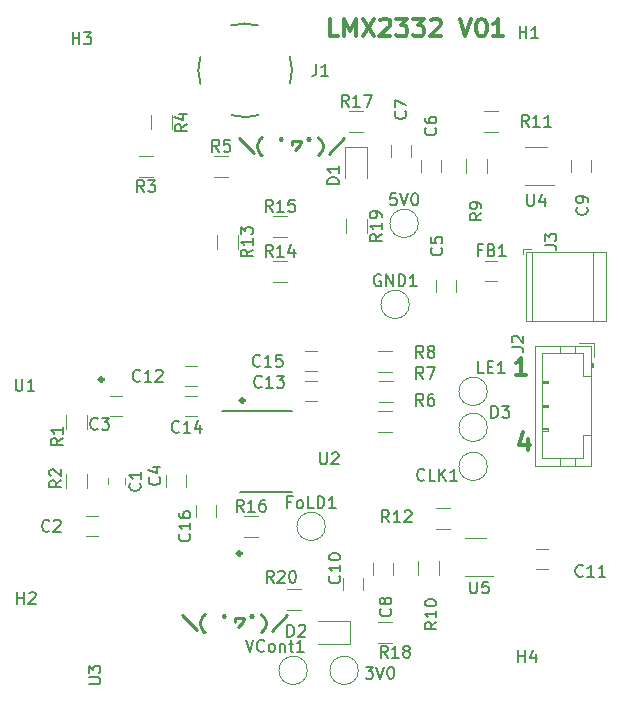
<source format=gbr>
%TF.GenerationSoftware,KiCad,Pcbnew,(6.0.0)*%
%TF.CreationDate,2022-01-03T15:46:07-05:00*%
%TF.ProjectId,LMX2332V01,4c4d5832-3333-4325-9630-312e6b696361,rev?*%
%TF.SameCoordinates,Original*%
%TF.FileFunction,Legend,Top*%
%TF.FilePolarity,Positive*%
%FSLAX46Y46*%
G04 Gerber Fmt 4.6, Leading zero omitted, Abs format (unit mm)*
G04 Created by KiCad (PCBNEW (6.0.0)) date 2022-01-03 15:46:07*
%MOMM*%
%LPD*%
G01*
G04 APERTURE LIST*
%ADD10C,0.354000*%
%ADD11C,0.254000*%
%ADD12C,0.300000*%
%ADD13C,0.150000*%
%ADD14C,0.120000*%
%ADD15C,0.127000*%
G04 APERTURE END LIST*
D10*
X114477000Y-85344000D02*
G75*
G03*
X114477000Y-85344000I-177000J0D01*
G01*
X126161000Y-100076000D02*
G75*
G03*
X126161000Y-100076000I-177000J0D01*
G01*
X126415000Y-87122000D02*
G75*
G03*
X126415000Y-87122000I-177000J0D01*
G01*
D11*
X121158571Y-105264857D02*
X122444285Y-106571142D01*
X123087142Y-106764666D02*
X123015714Y-106716285D01*
X122872857Y-106571142D01*
X122801428Y-106474380D01*
X122730000Y-106329238D01*
X122658571Y-106087333D01*
X122658571Y-105893809D01*
X122730000Y-105651904D01*
X122801428Y-105506761D01*
X122872857Y-105410000D01*
X123015714Y-105264857D01*
X123087142Y-105216476D01*
X124658571Y-105313238D02*
X124730000Y-105313238D01*
X124801428Y-105361619D01*
X124801428Y-105410000D01*
X124730000Y-105458380D01*
X124658571Y-105458380D01*
X124587142Y-105410000D01*
X124587142Y-105361619D01*
X124658571Y-105313238D01*
X125658571Y-105845428D02*
X125658571Y-105555142D01*
X126372857Y-105555142D01*
X126301428Y-105845428D01*
X126158571Y-106087333D01*
X125872857Y-106329238D01*
X127015714Y-105313238D02*
X127087142Y-105313238D01*
X127158571Y-105361619D01*
X127158571Y-105410000D01*
X127087142Y-105458380D01*
X127015714Y-105458380D01*
X126944285Y-105410000D01*
X126944285Y-105361619D01*
X127015714Y-105313238D01*
X127801428Y-106764666D02*
X127872857Y-106716285D01*
X128015714Y-106571142D01*
X128087142Y-106474380D01*
X128158571Y-106329238D01*
X128230000Y-106087333D01*
X128230000Y-105893809D01*
X128158571Y-105651904D01*
X128087142Y-105506761D01*
X128015714Y-105410000D01*
X127872857Y-105264857D01*
X127801428Y-105216476D01*
X130015714Y-105313238D02*
X128730000Y-106619523D01*
D12*
X134362857Y-56304571D02*
X133648571Y-56304571D01*
X133648571Y-54804571D01*
X134862857Y-56304571D02*
X134862857Y-54804571D01*
X135362857Y-55876000D01*
X135862857Y-54804571D01*
X135862857Y-56304571D01*
X136434285Y-54804571D02*
X137434285Y-56304571D01*
X137434285Y-54804571D02*
X136434285Y-56304571D01*
X137934285Y-54947428D02*
X138005714Y-54876000D01*
X138148571Y-54804571D01*
X138505714Y-54804571D01*
X138648571Y-54876000D01*
X138720000Y-54947428D01*
X138791428Y-55090285D01*
X138791428Y-55233142D01*
X138720000Y-55447428D01*
X137862857Y-56304571D01*
X138791428Y-56304571D01*
X139291428Y-54804571D02*
X140220000Y-54804571D01*
X139720000Y-55376000D01*
X139934285Y-55376000D01*
X140077142Y-55447428D01*
X140148571Y-55518857D01*
X140220000Y-55661714D01*
X140220000Y-56018857D01*
X140148571Y-56161714D01*
X140077142Y-56233142D01*
X139934285Y-56304571D01*
X139505714Y-56304571D01*
X139362857Y-56233142D01*
X139291428Y-56161714D01*
X140720000Y-54804571D02*
X141648571Y-54804571D01*
X141148571Y-55376000D01*
X141362857Y-55376000D01*
X141505714Y-55447428D01*
X141577142Y-55518857D01*
X141648571Y-55661714D01*
X141648571Y-56018857D01*
X141577142Y-56161714D01*
X141505714Y-56233142D01*
X141362857Y-56304571D01*
X140934285Y-56304571D01*
X140791428Y-56233142D01*
X140720000Y-56161714D01*
X142220000Y-54947428D02*
X142291428Y-54876000D01*
X142434285Y-54804571D01*
X142791428Y-54804571D01*
X142934285Y-54876000D01*
X143005714Y-54947428D01*
X143077142Y-55090285D01*
X143077142Y-55233142D01*
X143005714Y-55447428D01*
X142148571Y-56304571D01*
X143077142Y-56304571D01*
X144648571Y-54804571D02*
X145148571Y-56304571D01*
X145648571Y-54804571D01*
X146434285Y-54804571D02*
X146577142Y-54804571D01*
X146720000Y-54876000D01*
X146791428Y-54947428D01*
X146862857Y-55090285D01*
X146934285Y-55376000D01*
X146934285Y-55733142D01*
X146862857Y-56018857D01*
X146791428Y-56161714D01*
X146720000Y-56233142D01*
X146577142Y-56304571D01*
X146434285Y-56304571D01*
X146291428Y-56233142D01*
X146220000Y-56161714D01*
X146148571Y-56018857D01*
X146077142Y-55733142D01*
X146077142Y-55376000D01*
X146148571Y-55090285D01*
X146220000Y-54947428D01*
X146291428Y-54876000D01*
X146434285Y-54804571D01*
X148362857Y-56304571D02*
X147505714Y-56304571D01*
X147934285Y-56304571D02*
X147934285Y-54804571D01*
X147791428Y-55018857D01*
X147648571Y-55161714D01*
X147505714Y-55233142D01*
D11*
X125984571Y-64878857D02*
X127270285Y-66185142D01*
X127913142Y-66378666D02*
X127841714Y-66330285D01*
X127698857Y-66185142D01*
X127627428Y-66088380D01*
X127556000Y-65943238D01*
X127484571Y-65701333D01*
X127484571Y-65507809D01*
X127556000Y-65265904D01*
X127627428Y-65120761D01*
X127698857Y-65024000D01*
X127841714Y-64878857D01*
X127913142Y-64830476D01*
X129484571Y-64927238D02*
X129556000Y-64927238D01*
X129627428Y-64975619D01*
X129627428Y-65024000D01*
X129556000Y-65072380D01*
X129484571Y-65072380D01*
X129413142Y-65024000D01*
X129413142Y-64975619D01*
X129484571Y-64927238D01*
X130484571Y-65459428D02*
X130484571Y-65169142D01*
X131198857Y-65169142D01*
X131127428Y-65459428D01*
X130984571Y-65701333D01*
X130698857Y-65943238D01*
X131841714Y-64927238D02*
X131913142Y-64927238D01*
X131984571Y-64975619D01*
X131984571Y-65024000D01*
X131913142Y-65072380D01*
X131841714Y-65072380D01*
X131770285Y-65024000D01*
X131770285Y-64975619D01*
X131841714Y-64927238D01*
X132627428Y-66378666D02*
X132698857Y-66330285D01*
X132841714Y-66185142D01*
X132913142Y-66088380D01*
X132984571Y-65943238D01*
X133056000Y-65701333D01*
X133056000Y-65507809D01*
X132984571Y-65265904D01*
X132913142Y-65120761D01*
X132841714Y-65024000D01*
X132698857Y-64878857D01*
X132627428Y-64830476D01*
X134841714Y-64927238D02*
X133556000Y-66233523D01*
D12*
X150288571Y-85006571D02*
X149431428Y-85006571D01*
X149860000Y-85006571D02*
X149860000Y-83506571D01*
X149717142Y-83720857D01*
X149574285Y-83863714D01*
X149431428Y-83935142D01*
X150399714Y-90356571D02*
X150399714Y-91356571D01*
X150042571Y-89785142D02*
X149685428Y-90856571D01*
X150614000Y-90856571D01*
D13*
%TO.C,U2*%
X132842095Y-91527380D02*
X132842095Y-92336904D01*
X132889714Y-92432142D01*
X132937333Y-92479761D01*
X133032571Y-92527380D01*
X133223047Y-92527380D01*
X133318285Y-92479761D01*
X133365904Y-92432142D01*
X133413523Y-92336904D01*
X133413523Y-91527380D01*
X133842095Y-91622619D02*
X133889714Y-91575000D01*
X133984952Y-91527380D01*
X134223047Y-91527380D01*
X134318285Y-91575000D01*
X134365904Y-91622619D01*
X134413523Y-91717857D01*
X134413523Y-91813095D01*
X134365904Y-91955952D01*
X133794476Y-92527380D01*
X134413523Y-92527380D01*
%TO.C,C4*%
X119229142Y-93646666D02*
X119276761Y-93694285D01*
X119324380Y-93837142D01*
X119324380Y-93932380D01*
X119276761Y-94075238D01*
X119181523Y-94170476D01*
X119086285Y-94218095D01*
X118895809Y-94265714D01*
X118752952Y-94265714D01*
X118562476Y-94218095D01*
X118467238Y-94170476D01*
X118372000Y-94075238D01*
X118324380Y-93932380D01*
X118324380Y-93837142D01*
X118372000Y-93694285D01*
X118419619Y-93646666D01*
X118657714Y-92789523D02*
X119324380Y-92789523D01*
X118276761Y-93027619D02*
X118991047Y-93265714D01*
X118991047Y-92646666D01*
%TO.C,C5*%
X143105142Y-74207666D02*
X143152761Y-74255285D01*
X143200380Y-74398142D01*
X143200380Y-74493380D01*
X143152761Y-74636238D01*
X143057523Y-74731476D01*
X142962285Y-74779095D01*
X142771809Y-74826714D01*
X142628952Y-74826714D01*
X142438476Y-74779095D01*
X142343238Y-74731476D01*
X142248000Y-74636238D01*
X142200380Y-74493380D01*
X142200380Y-74398142D01*
X142248000Y-74255285D01*
X142295619Y-74207666D01*
X142200380Y-73302904D02*
X142200380Y-73779095D01*
X142676571Y-73826714D01*
X142628952Y-73779095D01*
X142581333Y-73683857D01*
X142581333Y-73445761D01*
X142628952Y-73350523D01*
X142676571Y-73302904D01*
X142771809Y-73255285D01*
X143009904Y-73255285D01*
X143105142Y-73302904D01*
X143152761Y-73350523D01*
X143200380Y-73445761D01*
X143200380Y-73683857D01*
X143152761Y-73779095D01*
X143105142Y-73826714D01*
%TO.C,C6*%
X142597142Y-64047666D02*
X142644761Y-64095285D01*
X142692380Y-64238142D01*
X142692380Y-64333380D01*
X142644761Y-64476238D01*
X142549523Y-64571476D01*
X142454285Y-64619095D01*
X142263809Y-64666714D01*
X142120952Y-64666714D01*
X141930476Y-64619095D01*
X141835238Y-64571476D01*
X141740000Y-64476238D01*
X141692380Y-64333380D01*
X141692380Y-64238142D01*
X141740000Y-64095285D01*
X141787619Y-64047666D01*
X141692380Y-63190523D02*
X141692380Y-63381000D01*
X141740000Y-63476238D01*
X141787619Y-63523857D01*
X141930476Y-63619095D01*
X142120952Y-63666714D01*
X142501904Y-63666714D01*
X142597142Y-63619095D01*
X142644761Y-63571476D01*
X142692380Y-63476238D01*
X142692380Y-63285761D01*
X142644761Y-63190523D01*
X142597142Y-63142904D01*
X142501904Y-63095285D01*
X142263809Y-63095285D01*
X142168571Y-63142904D01*
X142120952Y-63190523D01*
X142073333Y-63285761D01*
X142073333Y-63476238D01*
X142120952Y-63571476D01*
X142168571Y-63619095D01*
X142263809Y-63666714D01*
%TO.C,C7*%
X140057142Y-62650666D02*
X140104761Y-62698285D01*
X140152380Y-62841142D01*
X140152380Y-62936380D01*
X140104761Y-63079238D01*
X140009523Y-63174476D01*
X139914285Y-63222095D01*
X139723809Y-63269714D01*
X139580952Y-63269714D01*
X139390476Y-63222095D01*
X139295238Y-63174476D01*
X139200000Y-63079238D01*
X139152380Y-62936380D01*
X139152380Y-62841142D01*
X139200000Y-62698285D01*
X139247619Y-62650666D01*
X139152380Y-62317333D02*
X139152380Y-61650666D01*
X140152380Y-62079238D01*
%TO.C,C8*%
X138787142Y-104767666D02*
X138834761Y-104815285D01*
X138882380Y-104958142D01*
X138882380Y-105053380D01*
X138834761Y-105196238D01*
X138739523Y-105291476D01*
X138644285Y-105339095D01*
X138453809Y-105386714D01*
X138310952Y-105386714D01*
X138120476Y-105339095D01*
X138025238Y-105291476D01*
X137930000Y-105196238D01*
X137882380Y-105053380D01*
X137882380Y-104958142D01*
X137930000Y-104815285D01*
X137977619Y-104767666D01*
X138310952Y-104196238D02*
X138263333Y-104291476D01*
X138215714Y-104339095D01*
X138120476Y-104386714D01*
X138072857Y-104386714D01*
X137977619Y-104339095D01*
X137930000Y-104291476D01*
X137882380Y-104196238D01*
X137882380Y-104005761D01*
X137930000Y-103910523D01*
X137977619Y-103862904D01*
X138072857Y-103815285D01*
X138120476Y-103815285D01*
X138215714Y-103862904D01*
X138263333Y-103910523D01*
X138310952Y-104005761D01*
X138310952Y-104196238D01*
X138358571Y-104291476D01*
X138406190Y-104339095D01*
X138501428Y-104386714D01*
X138691904Y-104386714D01*
X138787142Y-104339095D01*
X138834761Y-104291476D01*
X138882380Y-104196238D01*
X138882380Y-104005761D01*
X138834761Y-103910523D01*
X138787142Y-103862904D01*
X138691904Y-103815285D01*
X138501428Y-103815285D01*
X138406190Y-103862904D01*
X138358571Y-103910523D01*
X138310952Y-104005761D01*
%TO.C,C9*%
X155424142Y-70778666D02*
X155471761Y-70826285D01*
X155519380Y-70969142D01*
X155519380Y-71064380D01*
X155471761Y-71207238D01*
X155376523Y-71302476D01*
X155281285Y-71350095D01*
X155090809Y-71397714D01*
X154947952Y-71397714D01*
X154757476Y-71350095D01*
X154662238Y-71302476D01*
X154567000Y-71207238D01*
X154519380Y-71064380D01*
X154519380Y-70969142D01*
X154567000Y-70826285D01*
X154614619Y-70778666D01*
X155519380Y-70302476D02*
X155519380Y-70112000D01*
X155471761Y-70016761D01*
X155424142Y-69969142D01*
X155281285Y-69873904D01*
X155090809Y-69826285D01*
X154709857Y-69826285D01*
X154614619Y-69873904D01*
X154567000Y-69921523D01*
X154519380Y-70016761D01*
X154519380Y-70207238D01*
X154567000Y-70302476D01*
X154614619Y-70350095D01*
X154709857Y-70397714D01*
X154947952Y-70397714D01*
X155043190Y-70350095D01*
X155090809Y-70302476D01*
X155138428Y-70207238D01*
X155138428Y-70016761D01*
X155090809Y-69921523D01*
X155043190Y-69873904D01*
X154947952Y-69826285D01*
%TO.C,C10*%
X134469142Y-101988857D02*
X134516761Y-102036476D01*
X134564380Y-102179333D01*
X134564380Y-102274571D01*
X134516761Y-102417428D01*
X134421523Y-102512666D01*
X134326285Y-102560285D01*
X134135809Y-102607904D01*
X133992952Y-102607904D01*
X133802476Y-102560285D01*
X133707238Y-102512666D01*
X133612000Y-102417428D01*
X133564380Y-102274571D01*
X133564380Y-102179333D01*
X133612000Y-102036476D01*
X133659619Y-101988857D01*
X134564380Y-101036476D02*
X134564380Y-101607904D01*
X134564380Y-101322190D02*
X133564380Y-101322190D01*
X133707238Y-101417428D01*
X133802476Y-101512666D01*
X133850095Y-101607904D01*
X133564380Y-100417428D02*
X133564380Y-100322190D01*
X133612000Y-100226952D01*
X133659619Y-100179333D01*
X133754857Y-100131714D01*
X133945333Y-100084095D01*
X134183428Y-100084095D01*
X134373904Y-100131714D01*
X134469142Y-100179333D01*
X134516761Y-100226952D01*
X134564380Y-100322190D01*
X134564380Y-100417428D01*
X134516761Y-100512666D01*
X134469142Y-100560285D01*
X134373904Y-100607904D01*
X134183428Y-100655523D01*
X133945333Y-100655523D01*
X133754857Y-100607904D01*
X133659619Y-100560285D01*
X133612000Y-100512666D01*
X133564380Y-100417428D01*
%TO.C,C11*%
X155079142Y-101957142D02*
X155031523Y-102004761D01*
X154888666Y-102052380D01*
X154793428Y-102052380D01*
X154650571Y-102004761D01*
X154555333Y-101909523D01*
X154507714Y-101814285D01*
X154460095Y-101623809D01*
X154460095Y-101480952D01*
X154507714Y-101290476D01*
X154555333Y-101195238D01*
X154650571Y-101100000D01*
X154793428Y-101052380D01*
X154888666Y-101052380D01*
X155031523Y-101100000D01*
X155079142Y-101147619D01*
X156031523Y-102052380D02*
X155460095Y-102052380D01*
X155745809Y-102052380D02*
X155745809Y-101052380D01*
X155650571Y-101195238D01*
X155555333Y-101290476D01*
X155460095Y-101338095D01*
X156983904Y-102052380D02*
X156412476Y-102052380D01*
X156698190Y-102052380D02*
X156698190Y-101052380D01*
X156602952Y-101195238D01*
X156507714Y-101290476D01*
X156412476Y-101338095D01*
%TO.C,C12*%
X117594142Y-85447142D02*
X117546523Y-85494761D01*
X117403666Y-85542380D01*
X117308428Y-85542380D01*
X117165571Y-85494761D01*
X117070333Y-85399523D01*
X117022714Y-85304285D01*
X116975095Y-85113809D01*
X116975095Y-84970952D01*
X117022714Y-84780476D01*
X117070333Y-84685238D01*
X117165571Y-84590000D01*
X117308428Y-84542380D01*
X117403666Y-84542380D01*
X117546523Y-84590000D01*
X117594142Y-84637619D01*
X118546523Y-85542380D02*
X117975095Y-85542380D01*
X118260809Y-85542380D02*
X118260809Y-84542380D01*
X118165571Y-84685238D01*
X118070333Y-84780476D01*
X117975095Y-84828095D01*
X118927476Y-84637619D02*
X118975095Y-84590000D01*
X119070333Y-84542380D01*
X119308428Y-84542380D01*
X119403666Y-84590000D01*
X119451285Y-84637619D01*
X119498904Y-84732857D01*
X119498904Y-84828095D01*
X119451285Y-84970952D01*
X118879857Y-85542380D01*
X119498904Y-85542380D01*
%TO.C,C13*%
X127881142Y-85955142D02*
X127833523Y-86002761D01*
X127690666Y-86050380D01*
X127595428Y-86050380D01*
X127452571Y-86002761D01*
X127357333Y-85907523D01*
X127309714Y-85812285D01*
X127262095Y-85621809D01*
X127262095Y-85478952D01*
X127309714Y-85288476D01*
X127357333Y-85193238D01*
X127452571Y-85098000D01*
X127595428Y-85050380D01*
X127690666Y-85050380D01*
X127833523Y-85098000D01*
X127881142Y-85145619D01*
X128833523Y-86050380D02*
X128262095Y-86050380D01*
X128547809Y-86050380D02*
X128547809Y-85050380D01*
X128452571Y-85193238D01*
X128357333Y-85288476D01*
X128262095Y-85336095D01*
X129166857Y-85050380D02*
X129785904Y-85050380D01*
X129452571Y-85431333D01*
X129595428Y-85431333D01*
X129690666Y-85478952D01*
X129738285Y-85526571D01*
X129785904Y-85621809D01*
X129785904Y-85859904D01*
X129738285Y-85955142D01*
X129690666Y-86002761D01*
X129595428Y-86050380D01*
X129309714Y-86050380D01*
X129214476Y-86002761D01*
X129166857Y-85955142D01*
%TO.C,C14*%
X120896142Y-89765142D02*
X120848523Y-89812761D01*
X120705666Y-89860380D01*
X120610428Y-89860380D01*
X120467571Y-89812761D01*
X120372333Y-89717523D01*
X120324714Y-89622285D01*
X120277095Y-89431809D01*
X120277095Y-89288952D01*
X120324714Y-89098476D01*
X120372333Y-89003238D01*
X120467571Y-88908000D01*
X120610428Y-88860380D01*
X120705666Y-88860380D01*
X120848523Y-88908000D01*
X120896142Y-88955619D01*
X121848523Y-89860380D02*
X121277095Y-89860380D01*
X121562809Y-89860380D02*
X121562809Y-88860380D01*
X121467571Y-89003238D01*
X121372333Y-89098476D01*
X121277095Y-89146095D01*
X122705666Y-89193714D02*
X122705666Y-89860380D01*
X122467571Y-88812761D02*
X122229476Y-89527047D01*
X122848523Y-89527047D01*
%TO.C,C15*%
X127754142Y-84177142D02*
X127706523Y-84224761D01*
X127563666Y-84272380D01*
X127468428Y-84272380D01*
X127325571Y-84224761D01*
X127230333Y-84129523D01*
X127182714Y-84034285D01*
X127135095Y-83843809D01*
X127135095Y-83700952D01*
X127182714Y-83510476D01*
X127230333Y-83415238D01*
X127325571Y-83320000D01*
X127468428Y-83272380D01*
X127563666Y-83272380D01*
X127706523Y-83320000D01*
X127754142Y-83367619D01*
X128706523Y-84272380D02*
X128135095Y-84272380D01*
X128420809Y-84272380D02*
X128420809Y-83272380D01*
X128325571Y-83415238D01*
X128230333Y-83510476D01*
X128135095Y-83558095D01*
X129611285Y-83272380D02*
X129135095Y-83272380D01*
X129087476Y-83748571D01*
X129135095Y-83700952D01*
X129230333Y-83653333D01*
X129468428Y-83653333D01*
X129563666Y-83700952D01*
X129611285Y-83748571D01*
X129658904Y-83843809D01*
X129658904Y-84081904D01*
X129611285Y-84177142D01*
X129563666Y-84224761D01*
X129468428Y-84272380D01*
X129230333Y-84272380D01*
X129135095Y-84224761D01*
X129087476Y-84177142D01*
%TO.C,C16*%
X121769142Y-98432857D02*
X121816761Y-98480476D01*
X121864380Y-98623333D01*
X121864380Y-98718571D01*
X121816761Y-98861428D01*
X121721523Y-98956666D01*
X121626285Y-99004285D01*
X121435809Y-99051904D01*
X121292952Y-99051904D01*
X121102476Y-99004285D01*
X121007238Y-98956666D01*
X120912000Y-98861428D01*
X120864380Y-98718571D01*
X120864380Y-98623333D01*
X120912000Y-98480476D01*
X120959619Y-98432857D01*
X121864380Y-97480476D02*
X121864380Y-98051904D01*
X121864380Y-97766190D02*
X120864380Y-97766190D01*
X121007238Y-97861428D01*
X121102476Y-97956666D01*
X121150095Y-98051904D01*
X120864380Y-96623333D02*
X120864380Y-96813809D01*
X120912000Y-96909047D01*
X120959619Y-96956666D01*
X121102476Y-97051904D01*
X121292952Y-97099523D01*
X121673904Y-97099523D01*
X121769142Y-97051904D01*
X121816761Y-97004285D01*
X121864380Y-96909047D01*
X121864380Y-96718571D01*
X121816761Y-96623333D01*
X121769142Y-96575714D01*
X121673904Y-96528095D01*
X121435809Y-96528095D01*
X121340571Y-96575714D01*
X121292952Y-96623333D01*
X121245333Y-96718571D01*
X121245333Y-96909047D01*
X121292952Y-97004285D01*
X121340571Y-97051904D01*
X121435809Y-97099523D01*
%TO.C,R1*%
X111049380Y-90336666D02*
X110573190Y-90670000D01*
X111049380Y-90908095D02*
X110049380Y-90908095D01*
X110049380Y-90527142D01*
X110097000Y-90431904D01*
X110144619Y-90384285D01*
X110239857Y-90336666D01*
X110382714Y-90336666D01*
X110477952Y-90384285D01*
X110525571Y-90431904D01*
X110573190Y-90527142D01*
X110573190Y-90908095D01*
X111049380Y-89384285D02*
X111049380Y-89955714D01*
X111049380Y-89670000D02*
X110049380Y-89670000D01*
X110192238Y-89765238D01*
X110287476Y-89860476D01*
X110335095Y-89955714D01*
%TO.C,R2*%
X110922380Y-93892666D02*
X110446190Y-94226000D01*
X110922380Y-94464095D02*
X109922380Y-94464095D01*
X109922380Y-94083142D01*
X109970000Y-93987904D01*
X110017619Y-93940285D01*
X110112857Y-93892666D01*
X110255714Y-93892666D01*
X110350952Y-93940285D01*
X110398571Y-93987904D01*
X110446190Y-94083142D01*
X110446190Y-94464095D01*
X110017619Y-93511714D02*
X109970000Y-93464095D01*
X109922380Y-93368857D01*
X109922380Y-93130761D01*
X109970000Y-93035523D01*
X110017619Y-92987904D01*
X110112857Y-92940285D01*
X110208095Y-92940285D01*
X110350952Y-92987904D01*
X110922380Y-93559333D01*
X110922380Y-92940285D01*
%TO.C,R3*%
X117943333Y-69462380D02*
X117610000Y-68986190D01*
X117371904Y-69462380D02*
X117371904Y-68462380D01*
X117752857Y-68462380D01*
X117848095Y-68510000D01*
X117895714Y-68557619D01*
X117943333Y-68652857D01*
X117943333Y-68795714D01*
X117895714Y-68890952D01*
X117848095Y-68938571D01*
X117752857Y-68986190D01*
X117371904Y-68986190D01*
X118276666Y-68462380D02*
X118895714Y-68462380D01*
X118562380Y-68843333D01*
X118705238Y-68843333D01*
X118800476Y-68890952D01*
X118848095Y-68938571D01*
X118895714Y-69033809D01*
X118895714Y-69271904D01*
X118848095Y-69367142D01*
X118800476Y-69414761D01*
X118705238Y-69462380D01*
X118419523Y-69462380D01*
X118324285Y-69414761D01*
X118276666Y-69367142D01*
%TO.C,R4*%
X121532380Y-63746666D02*
X121056190Y-64080000D01*
X121532380Y-64318095D02*
X120532380Y-64318095D01*
X120532380Y-63937142D01*
X120580000Y-63841904D01*
X120627619Y-63794285D01*
X120722857Y-63746666D01*
X120865714Y-63746666D01*
X120960952Y-63794285D01*
X121008571Y-63841904D01*
X121056190Y-63937142D01*
X121056190Y-64318095D01*
X120865714Y-62889523D02*
X121532380Y-62889523D01*
X120484761Y-63127619D02*
X121199047Y-63365714D01*
X121199047Y-62746666D01*
%TO.C,R5*%
X124293333Y-66062380D02*
X123960000Y-65586190D01*
X123721904Y-66062380D02*
X123721904Y-65062380D01*
X124102857Y-65062380D01*
X124198095Y-65110000D01*
X124245714Y-65157619D01*
X124293333Y-65252857D01*
X124293333Y-65395714D01*
X124245714Y-65490952D01*
X124198095Y-65538571D01*
X124102857Y-65586190D01*
X123721904Y-65586190D01*
X125198095Y-65062380D02*
X124721904Y-65062380D01*
X124674285Y-65538571D01*
X124721904Y-65490952D01*
X124817142Y-65443333D01*
X125055238Y-65443333D01*
X125150476Y-65490952D01*
X125198095Y-65538571D01*
X125245714Y-65633809D01*
X125245714Y-65871904D01*
X125198095Y-65967142D01*
X125150476Y-66014761D01*
X125055238Y-66062380D01*
X124817142Y-66062380D01*
X124721904Y-66014761D01*
X124674285Y-65967142D01*
%TO.C,R6*%
X141565333Y-87574380D02*
X141232000Y-87098190D01*
X140993904Y-87574380D02*
X140993904Y-86574380D01*
X141374857Y-86574380D01*
X141470095Y-86622000D01*
X141517714Y-86669619D01*
X141565333Y-86764857D01*
X141565333Y-86907714D01*
X141517714Y-87002952D01*
X141470095Y-87050571D01*
X141374857Y-87098190D01*
X140993904Y-87098190D01*
X142422476Y-86574380D02*
X142232000Y-86574380D01*
X142136761Y-86622000D01*
X142089142Y-86669619D01*
X141993904Y-86812476D01*
X141946285Y-87002952D01*
X141946285Y-87383904D01*
X141993904Y-87479142D01*
X142041523Y-87526761D01*
X142136761Y-87574380D01*
X142327238Y-87574380D01*
X142422476Y-87526761D01*
X142470095Y-87479142D01*
X142517714Y-87383904D01*
X142517714Y-87145809D01*
X142470095Y-87050571D01*
X142422476Y-87002952D01*
X142327238Y-86955333D01*
X142136761Y-86955333D01*
X142041523Y-87002952D01*
X141993904Y-87050571D01*
X141946285Y-87145809D01*
%TO.C,R7*%
X141565333Y-85288380D02*
X141232000Y-84812190D01*
X140993904Y-85288380D02*
X140993904Y-84288380D01*
X141374857Y-84288380D01*
X141470095Y-84336000D01*
X141517714Y-84383619D01*
X141565333Y-84478857D01*
X141565333Y-84621714D01*
X141517714Y-84716952D01*
X141470095Y-84764571D01*
X141374857Y-84812190D01*
X140993904Y-84812190D01*
X141898666Y-84288380D02*
X142565333Y-84288380D01*
X142136761Y-85288380D01*
%TO.C,R8*%
X141565333Y-83510380D02*
X141232000Y-83034190D01*
X140993904Y-83510380D02*
X140993904Y-82510380D01*
X141374857Y-82510380D01*
X141470095Y-82558000D01*
X141517714Y-82605619D01*
X141565333Y-82700857D01*
X141565333Y-82843714D01*
X141517714Y-82938952D01*
X141470095Y-82986571D01*
X141374857Y-83034190D01*
X140993904Y-83034190D01*
X142136761Y-82938952D02*
X142041523Y-82891333D01*
X141993904Y-82843714D01*
X141946285Y-82748476D01*
X141946285Y-82700857D01*
X141993904Y-82605619D01*
X142041523Y-82558000D01*
X142136761Y-82510380D01*
X142327238Y-82510380D01*
X142422476Y-82558000D01*
X142470095Y-82605619D01*
X142517714Y-82700857D01*
X142517714Y-82748476D01*
X142470095Y-82843714D01*
X142422476Y-82891333D01*
X142327238Y-82938952D01*
X142136761Y-82938952D01*
X142041523Y-82986571D01*
X141993904Y-83034190D01*
X141946285Y-83129428D01*
X141946285Y-83319904D01*
X141993904Y-83415142D01*
X142041523Y-83462761D01*
X142136761Y-83510380D01*
X142327238Y-83510380D01*
X142422476Y-83462761D01*
X142470095Y-83415142D01*
X142517714Y-83319904D01*
X142517714Y-83129428D01*
X142470095Y-83034190D01*
X142422476Y-82986571D01*
X142327238Y-82938952D01*
%TO.C,R9*%
X146502380Y-71286666D02*
X146026190Y-71620000D01*
X146502380Y-71858095D02*
X145502380Y-71858095D01*
X145502380Y-71477142D01*
X145550000Y-71381904D01*
X145597619Y-71334285D01*
X145692857Y-71286666D01*
X145835714Y-71286666D01*
X145930952Y-71334285D01*
X145978571Y-71381904D01*
X146026190Y-71477142D01*
X146026190Y-71858095D01*
X146502380Y-70810476D02*
X146502380Y-70620000D01*
X146454761Y-70524761D01*
X146407142Y-70477142D01*
X146264285Y-70381904D01*
X146073809Y-70334285D01*
X145692857Y-70334285D01*
X145597619Y-70381904D01*
X145550000Y-70429523D01*
X145502380Y-70524761D01*
X145502380Y-70715238D01*
X145550000Y-70810476D01*
X145597619Y-70858095D01*
X145692857Y-70905714D01*
X145930952Y-70905714D01*
X146026190Y-70858095D01*
X146073809Y-70810476D01*
X146121428Y-70715238D01*
X146121428Y-70524761D01*
X146073809Y-70429523D01*
X146026190Y-70381904D01*
X145930952Y-70334285D01*
%TO.C,R10*%
X142692380Y-105878857D02*
X142216190Y-106212190D01*
X142692380Y-106450285D02*
X141692380Y-106450285D01*
X141692380Y-106069333D01*
X141740000Y-105974095D01*
X141787619Y-105926476D01*
X141882857Y-105878857D01*
X142025714Y-105878857D01*
X142120952Y-105926476D01*
X142168571Y-105974095D01*
X142216190Y-106069333D01*
X142216190Y-106450285D01*
X142692380Y-104926476D02*
X142692380Y-105497904D01*
X142692380Y-105212190D02*
X141692380Y-105212190D01*
X141835238Y-105307428D01*
X141930476Y-105402666D01*
X141978095Y-105497904D01*
X141692380Y-104307428D02*
X141692380Y-104212190D01*
X141740000Y-104116952D01*
X141787619Y-104069333D01*
X141882857Y-104021714D01*
X142073333Y-103974095D01*
X142311428Y-103974095D01*
X142501904Y-104021714D01*
X142597142Y-104069333D01*
X142644761Y-104116952D01*
X142692380Y-104212190D01*
X142692380Y-104307428D01*
X142644761Y-104402666D01*
X142597142Y-104450285D01*
X142501904Y-104497904D01*
X142311428Y-104545523D01*
X142073333Y-104545523D01*
X141882857Y-104497904D01*
X141787619Y-104450285D01*
X141740000Y-104402666D01*
X141692380Y-104307428D01*
%TO.C,R11*%
X150487142Y-63952380D02*
X150153809Y-63476190D01*
X149915714Y-63952380D02*
X149915714Y-62952380D01*
X150296666Y-62952380D01*
X150391904Y-63000000D01*
X150439523Y-63047619D01*
X150487142Y-63142857D01*
X150487142Y-63285714D01*
X150439523Y-63380952D01*
X150391904Y-63428571D01*
X150296666Y-63476190D01*
X149915714Y-63476190D01*
X151439523Y-63952380D02*
X150868095Y-63952380D01*
X151153809Y-63952380D02*
X151153809Y-62952380D01*
X151058571Y-63095238D01*
X150963333Y-63190476D01*
X150868095Y-63238095D01*
X152391904Y-63952380D02*
X151820476Y-63952380D01*
X152106190Y-63952380D02*
X152106190Y-62952380D01*
X152010952Y-63095238D01*
X151915714Y-63190476D01*
X151820476Y-63238095D01*
%TO.C,R12*%
X138676142Y-97433380D02*
X138342809Y-96957190D01*
X138104714Y-97433380D02*
X138104714Y-96433380D01*
X138485666Y-96433380D01*
X138580904Y-96481000D01*
X138628523Y-96528619D01*
X138676142Y-96623857D01*
X138676142Y-96766714D01*
X138628523Y-96861952D01*
X138580904Y-96909571D01*
X138485666Y-96957190D01*
X138104714Y-96957190D01*
X139628523Y-97433380D02*
X139057095Y-97433380D01*
X139342809Y-97433380D02*
X139342809Y-96433380D01*
X139247571Y-96576238D01*
X139152333Y-96671476D01*
X139057095Y-96719095D01*
X140009476Y-96528619D02*
X140057095Y-96481000D01*
X140152333Y-96433380D01*
X140390428Y-96433380D01*
X140485666Y-96481000D01*
X140533285Y-96528619D01*
X140580904Y-96623857D01*
X140580904Y-96719095D01*
X140533285Y-96861952D01*
X139961857Y-97433380D01*
X140580904Y-97433380D01*
%TO.C,R13*%
X127120380Y-74349857D02*
X126644190Y-74683190D01*
X127120380Y-74921285D02*
X126120380Y-74921285D01*
X126120380Y-74540333D01*
X126168000Y-74445095D01*
X126215619Y-74397476D01*
X126310857Y-74349857D01*
X126453714Y-74349857D01*
X126548952Y-74397476D01*
X126596571Y-74445095D01*
X126644190Y-74540333D01*
X126644190Y-74921285D01*
X127120380Y-73397476D02*
X127120380Y-73968904D01*
X127120380Y-73683190D02*
X126120380Y-73683190D01*
X126263238Y-73778428D01*
X126358476Y-73873666D01*
X126406095Y-73968904D01*
X126120380Y-73064142D02*
X126120380Y-72445095D01*
X126501333Y-72778428D01*
X126501333Y-72635571D01*
X126548952Y-72540333D01*
X126596571Y-72492714D01*
X126691809Y-72445095D01*
X126929904Y-72445095D01*
X127025142Y-72492714D01*
X127072761Y-72540333D01*
X127120380Y-72635571D01*
X127120380Y-72921285D01*
X127072761Y-73016523D01*
X127025142Y-73064142D01*
%TO.C,R14*%
X128817142Y-74952380D02*
X128483809Y-74476190D01*
X128245714Y-74952380D02*
X128245714Y-73952380D01*
X128626666Y-73952380D01*
X128721904Y-74000000D01*
X128769523Y-74047619D01*
X128817142Y-74142857D01*
X128817142Y-74285714D01*
X128769523Y-74380952D01*
X128721904Y-74428571D01*
X128626666Y-74476190D01*
X128245714Y-74476190D01*
X129769523Y-74952380D02*
X129198095Y-74952380D01*
X129483809Y-74952380D02*
X129483809Y-73952380D01*
X129388571Y-74095238D01*
X129293333Y-74190476D01*
X129198095Y-74238095D01*
X130626666Y-74285714D02*
X130626666Y-74952380D01*
X130388571Y-73904761D02*
X130150476Y-74619047D01*
X130769523Y-74619047D01*
%TO.C,R15*%
X128817142Y-71142380D02*
X128483809Y-70666190D01*
X128245714Y-71142380D02*
X128245714Y-70142380D01*
X128626666Y-70142380D01*
X128721904Y-70190000D01*
X128769523Y-70237619D01*
X128817142Y-70332857D01*
X128817142Y-70475714D01*
X128769523Y-70570952D01*
X128721904Y-70618571D01*
X128626666Y-70666190D01*
X128245714Y-70666190D01*
X129769523Y-71142380D02*
X129198095Y-71142380D01*
X129483809Y-71142380D02*
X129483809Y-70142380D01*
X129388571Y-70285238D01*
X129293333Y-70380476D01*
X129198095Y-70428095D01*
X130674285Y-70142380D02*
X130198095Y-70142380D01*
X130150476Y-70618571D01*
X130198095Y-70570952D01*
X130293333Y-70523333D01*
X130531428Y-70523333D01*
X130626666Y-70570952D01*
X130674285Y-70618571D01*
X130721904Y-70713809D01*
X130721904Y-70951904D01*
X130674285Y-71047142D01*
X130626666Y-71094761D01*
X130531428Y-71142380D01*
X130293333Y-71142380D01*
X130198095Y-71094761D01*
X130150476Y-71047142D01*
%TO.C,R16*%
X126357142Y-96542380D02*
X126023809Y-96066190D01*
X125785714Y-96542380D02*
X125785714Y-95542380D01*
X126166666Y-95542380D01*
X126261904Y-95590000D01*
X126309523Y-95637619D01*
X126357142Y-95732857D01*
X126357142Y-95875714D01*
X126309523Y-95970952D01*
X126261904Y-96018571D01*
X126166666Y-96066190D01*
X125785714Y-96066190D01*
X127309523Y-96542380D02*
X126738095Y-96542380D01*
X127023809Y-96542380D02*
X127023809Y-95542380D01*
X126928571Y-95685238D01*
X126833333Y-95780476D01*
X126738095Y-95828095D01*
X128166666Y-95542380D02*
X127976190Y-95542380D01*
X127880952Y-95590000D01*
X127833333Y-95637619D01*
X127738095Y-95780476D01*
X127690476Y-95970952D01*
X127690476Y-96351904D01*
X127738095Y-96447142D01*
X127785714Y-96494761D01*
X127880952Y-96542380D01*
X128071428Y-96542380D01*
X128166666Y-96494761D01*
X128214285Y-96447142D01*
X128261904Y-96351904D01*
X128261904Y-96113809D01*
X128214285Y-96018571D01*
X128166666Y-95970952D01*
X128071428Y-95923333D01*
X127880952Y-95923333D01*
X127785714Y-95970952D01*
X127738095Y-96018571D01*
X127690476Y-96113809D01*
%TO.C,R17*%
X135247142Y-62252380D02*
X134913809Y-61776190D01*
X134675714Y-62252380D02*
X134675714Y-61252380D01*
X135056666Y-61252380D01*
X135151904Y-61300000D01*
X135199523Y-61347619D01*
X135247142Y-61442857D01*
X135247142Y-61585714D01*
X135199523Y-61680952D01*
X135151904Y-61728571D01*
X135056666Y-61776190D01*
X134675714Y-61776190D01*
X136199523Y-62252380D02*
X135628095Y-62252380D01*
X135913809Y-62252380D02*
X135913809Y-61252380D01*
X135818571Y-61395238D01*
X135723333Y-61490476D01*
X135628095Y-61538095D01*
X136532857Y-61252380D02*
X137199523Y-61252380D01*
X136770952Y-62252380D01*
%TO.C,R18*%
X138549142Y-108910380D02*
X138215809Y-108434190D01*
X137977714Y-108910380D02*
X137977714Y-107910380D01*
X138358666Y-107910380D01*
X138453904Y-107958000D01*
X138501523Y-108005619D01*
X138549142Y-108100857D01*
X138549142Y-108243714D01*
X138501523Y-108338952D01*
X138453904Y-108386571D01*
X138358666Y-108434190D01*
X137977714Y-108434190D01*
X139501523Y-108910380D02*
X138930095Y-108910380D01*
X139215809Y-108910380D02*
X139215809Y-107910380D01*
X139120571Y-108053238D01*
X139025333Y-108148476D01*
X138930095Y-108196095D01*
X140072952Y-108338952D02*
X139977714Y-108291333D01*
X139930095Y-108243714D01*
X139882476Y-108148476D01*
X139882476Y-108100857D01*
X139930095Y-108005619D01*
X139977714Y-107958000D01*
X140072952Y-107910380D01*
X140263428Y-107910380D01*
X140358666Y-107958000D01*
X140406285Y-108005619D01*
X140453904Y-108100857D01*
X140453904Y-108148476D01*
X140406285Y-108243714D01*
X140358666Y-108291333D01*
X140263428Y-108338952D01*
X140072952Y-108338952D01*
X139977714Y-108386571D01*
X139930095Y-108434190D01*
X139882476Y-108529428D01*
X139882476Y-108719904D01*
X139930095Y-108815142D01*
X139977714Y-108862761D01*
X140072952Y-108910380D01*
X140263428Y-108910380D01*
X140358666Y-108862761D01*
X140406285Y-108815142D01*
X140453904Y-108719904D01*
X140453904Y-108529428D01*
X140406285Y-108434190D01*
X140358666Y-108386571D01*
X140263428Y-108338952D01*
%TO.C,U4*%
X150368095Y-69662380D02*
X150368095Y-70471904D01*
X150415714Y-70567142D01*
X150463333Y-70614761D01*
X150558571Y-70662380D01*
X150749047Y-70662380D01*
X150844285Y-70614761D01*
X150891904Y-70567142D01*
X150939523Y-70471904D01*
X150939523Y-69662380D01*
X151844285Y-69995714D02*
X151844285Y-70662380D01*
X151606190Y-69614761D02*
X151368095Y-70329047D01*
X151987142Y-70329047D01*
%TO.C,U5*%
X145542095Y-102468380D02*
X145542095Y-103277904D01*
X145589714Y-103373142D01*
X145637333Y-103420761D01*
X145732571Y-103468380D01*
X145923047Y-103468380D01*
X146018285Y-103420761D01*
X146065904Y-103373142D01*
X146113523Y-103277904D01*
X146113523Y-102468380D01*
X147065904Y-102468380D02*
X146589714Y-102468380D01*
X146542095Y-102944571D01*
X146589714Y-102896952D01*
X146684952Y-102849333D01*
X146923047Y-102849333D01*
X147018285Y-102896952D01*
X147065904Y-102944571D01*
X147113523Y-103039809D01*
X147113523Y-103277904D01*
X147065904Y-103373142D01*
X147018285Y-103420761D01*
X146923047Y-103468380D01*
X146684952Y-103468380D01*
X146589714Y-103420761D01*
X146542095Y-103373142D01*
%TO.C,C1*%
X117577142Y-94146666D02*
X117624761Y-94194285D01*
X117672380Y-94337142D01*
X117672380Y-94432380D01*
X117624761Y-94575238D01*
X117529523Y-94670476D01*
X117434285Y-94718095D01*
X117243809Y-94765714D01*
X117100952Y-94765714D01*
X116910476Y-94718095D01*
X116815238Y-94670476D01*
X116720000Y-94575238D01*
X116672380Y-94432380D01*
X116672380Y-94337142D01*
X116720000Y-94194285D01*
X116767619Y-94146666D01*
X117672380Y-93194285D02*
X117672380Y-93765714D01*
X117672380Y-93480000D02*
X116672380Y-93480000D01*
X116815238Y-93575238D01*
X116910476Y-93670476D01*
X116958095Y-93765714D01*
%TO.C,C2*%
X109922333Y-98147142D02*
X109874714Y-98194761D01*
X109731857Y-98242380D01*
X109636619Y-98242380D01*
X109493761Y-98194761D01*
X109398523Y-98099523D01*
X109350904Y-98004285D01*
X109303285Y-97813809D01*
X109303285Y-97670952D01*
X109350904Y-97480476D01*
X109398523Y-97385238D01*
X109493761Y-97290000D01*
X109636619Y-97242380D01*
X109731857Y-97242380D01*
X109874714Y-97290000D01*
X109922333Y-97337619D01*
X110303285Y-97337619D02*
X110350904Y-97290000D01*
X110446142Y-97242380D01*
X110684238Y-97242380D01*
X110779476Y-97290000D01*
X110827095Y-97337619D01*
X110874714Y-97432857D01*
X110874714Y-97528095D01*
X110827095Y-97670952D01*
X110255666Y-98242380D01*
X110874714Y-98242380D01*
%TO.C,C3*%
X114006333Y-89511142D02*
X113958714Y-89558761D01*
X113815857Y-89606380D01*
X113720619Y-89606380D01*
X113577761Y-89558761D01*
X113482523Y-89463523D01*
X113434904Y-89368285D01*
X113387285Y-89177809D01*
X113387285Y-89034952D01*
X113434904Y-88844476D01*
X113482523Y-88749238D01*
X113577761Y-88654000D01*
X113720619Y-88606380D01*
X113815857Y-88606380D01*
X113958714Y-88654000D01*
X114006333Y-88701619D01*
X114339666Y-88606380D02*
X114958714Y-88606380D01*
X114625380Y-88987333D01*
X114768238Y-88987333D01*
X114863476Y-89034952D01*
X114911095Y-89082571D01*
X114958714Y-89177809D01*
X114958714Y-89415904D01*
X114911095Y-89511142D01*
X114863476Y-89558761D01*
X114768238Y-89606380D01*
X114482523Y-89606380D01*
X114387285Y-89558761D01*
X114339666Y-89511142D01*
%TO.C,FB1*%
X146506666Y-74378571D02*
X146173333Y-74378571D01*
X146173333Y-74902380D02*
X146173333Y-73902380D01*
X146649523Y-73902380D01*
X147363809Y-74378571D02*
X147506666Y-74426190D01*
X147554285Y-74473809D01*
X147601904Y-74569047D01*
X147601904Y-74711904D01*
X147554285Y-74807142D01*
X147506666Y-74854761D01*
X147411428Y-74902380D01*
X147030476Y-74902380D01*
X147030476Y-73902380D01*
X147363809Y-73902380D01*
X147459047Y-73950000D01*
X147506666Y-73997619D01*
X147554285Y-74092857D01*
X147554285Y-74188095D01*
X147506666Y-74283333D01*
X147459047Y-74330952D01*
X147363809Y-74378571D01*
X147030476Y-74378571D01*
X148554285Y-74902380D02*
X147982857Y-74902380D01*
X148268571Y-74902380D02*
X148268571Y-73902380D01*
X148173333Y-74045238D01*
X148078095Y-74140476D01*
X147982857Y-74188095D01*
%TO.C,J3*%
X151852380Y-73993333D02*
X152566666Y-73993333D01*
X152709523Y-74040952D01*
X152804761Y-74136190D01*
X152852380Y-74279047D01*
X152852380Y-74374285D01*
X151852380Y-73612380D02*
X151852380Y-72993333D01*
X152233333Y-73326666D01*
X152233333Y-73183809D01*
X152280952Y-73088571D01*
X152328571Y-73040952D01*
X152423809Y-72993333D01*
X152661904Y-72993333D01*
X152757142Y-73040952D01*
X152804761Y-73088571D01*
X152852380Y-73183809D01*
X152852380Y-73469523D01*
X152804761Y-73564761D01*
X152757142Y-73612380D01*
%TO.C,U3*%
X113244380Y-111146904D02*
X114053904Y-111146904D01*
X114149142Y-111099285D01*
X114196761Y-111051666D01*
X114244380Y-110956428D01*
X114244380Y-110765952D01*
X114196761Y-110670714D01*
X114149142Y-110623095D01*
X114053904Y-110575476D01*
X113244380Y-110575476D01*
X113244380Y-110194523D02*
X113244380Y-109575476D01*
X113625333Y-109908809D01*
X113625333Y-109765952D01*
X113672952Y-109670714D01*
X113720571Y-109623095D01*
X113815809Y-109575476D01*
X114053904Y-109575476D01*
X114149142Y-109623095D01*
X114196761Y-109670714D01*
X114244380Y-109765952D01*
X114244380Y-110051666D01*
X114196761Y-110146904D01*
X114149142Y-110194523D01*
%TO.C,J1*%
X132508666Y-58634380D02*
X132508666Y-59348666D01*
X132461047Y-59491523D01*
X132365809Y-59586761D01*
X132222952Y-59634380D01*
X132127714Y-59634380D01*
X133508666Y-59634380D02*
X132937238Y-59634380D01*
X133222952Y-59634380D02*
X133222952Y-58634380D01*
X133127714Y-58777238D01*
X133032476Y-58872476D01*
X132937238Y-58920095D01*
%TO.C,J2*%
X149058380Y-82629333D02*
X149772666Y-82629333D01*
X149915523Y-82676952D01*
X150010761Y-82772190D01*
X150058380Y-82915047D01*
X150058380Y-83010285D01*
X149153619Y-82200761D02*
X149106000Y-82153142D01*
X149058380Y-82057904D01*
X149058380Y-81819809D01*
X149106000Y-81724571D01*
X149153619Y-81676952D01*
X149248857Y-81629333D01*
X149344095Y-81629333D01*
X149486952Y-81676952D01*
X150058380Y-82248380D01*
X150058380Y-81629333D01*
%TO.C,R19*%
X138042380Y-73032857D02*
X137566190Y-73366190D01*
X138042380Y-73604285D02*
X137042380Y-73604285D01*
X137042380Y-73223333D01*
X137090000Y-73128095D01*
X137137619Y-73080476D01*
X137232857Y-73032857D01*
X137375714Y-73032857D01*
X137470952Y-73080476D01*
X137518571Y-73128095D01*
X137566190Y-73223333D01*
X137566190Y-73604285D01*
X138042380Y-72080476D02*
X138042380Y-72651904D01*
X138042380Y-72366190D02*
X137042380Y-72366190D01*
X137185238Y-72461428D01*
X137280476Y-72556666D01*
X137328095Y-72651904D01*
X138042380Y-71604285D02*
X138042380Y-71413809D01*
X137994761Y-71318571D01*
X137947142Y-71270952D01*
X137804285Y-71175714D01*
X137613809Y-71128095D01*
X137232857Y-71128095D01*
X137137619Y-71175714D01*
X137090000Y-71223333D01*
X137042380Y-71318571D01*
X137042380Y-71509047D01*
X137090000Y-71604285D01*
X137137619Y-71651904D01*
X137232857Y-71699523D01*
X137470952Y-71699523D01*
X137566190Y-71651904D01*
X137613809Y-71604285D01*
X137661428Y-71509047D01*
X137661428Y-71318571D01*
X137613809Y-71223333D01*
X137566190Y-71175714D01*
X137470952Y-71128095D01*
%TO.C,R20*%
X128897142Y-102560380D02*
X128563809Y-102084190D01*
X128325714Y-102560380D02*
X128325714Y-101560380D01*
X128706666Y-101560380D01*
X128801904Y-101608000D01*
X128849523Y-101655619D01*
X128897142Y-101750857D01*
X128897142Y-101893714D01*
X128849523Y-101988952D01*
X128801904Y-102036571D01*
X128706666Y-102084190D01*
X128325714Y-102084190D01*
X129278095Y-101655619D02*
X129325714Y-101608000D01*
X129420952Y-101560380D01*
X129659047Y-101560380D01*
X129754285Y-101608000D01*
X129801904Y-101655619D01*
X129849523Y-101750857D01*
X129849523Y-101846095D01*
X129801904Y-101988952D01*
X129230476Y-102560380D01*
X129849523Y-102560380D01*
X130468571Y-101560380D02*
X130563809Y-101560380D01*
X130659047Y-101608000D01*
X130706666Y-101655619D01*
X130754285Y-101750857D01*
X130801904Y-101941333D01*
X130801904Y-102179428D01*
X130754285Y-102369904D01*
X130706666Y-102465142D01*
X130659047Y-102512761D01*
X130563809Y-102560380D01*
X130468571Y-102560380D01*
X130373333Y-102512761D01*
X130325714Y-102465142D01*
X130278095Y-102369904D01*
X130230476Y-102179428D01*
X130230476Y-101941333D01*
X130278095Y-101750857D01*
X130325714Y-101655619D01*
X130373333Y-101608000D01*
X130468571Y-101560380D01*
%TO.C,D1*%
X134437380Y-68810095D02*
X133437380Y-68810095D01*
X133437380Y-68572000D01*
X133485000Y-68429142D01*
X133580238Y-68333904D01*
X133675476Y-68286285D01*
X133865952Y-68238666D01*
X134008809Y-68238666D01*
X134199285Y-68286285D01*
X134294523Y-68333904D01*
X134389761Y-68429142D01*
X134437380Y-68572000D01*
X134437380Y-68810095D01*
X134437380Y-67286285D02*
X134437380Y-67857714D01*
X134437380Y-67572000D02*
X133437380Y-67572000D01*
X133580238Y-67667238D01*
X133675476Y-67762476D01*
X133723095Y-67857714D01*
%TO.C,D2*%
X130071904Y-107132380D02*
X130071904Y-106132380D01*
X130310000Y-106132380D01*
X130452857Y-106180000D01*
X130548095Y-106275238D01*
X130595714Y-106370476D01*
X130643333Y-106560952D01*
X130643333Y-106703809D01*
X130595714Y-106894285D01*
X130548095Y-106989523D01*
X130452857Y-107084761D01*
X130310000Y-107132380D01*
X130071904Y-107132380D01*
X131024285Y-106227619D02*
X131071904Y-106180000D01*
X131167142Y-106132380D01*
X131405238Y-106132380D01*
X131500476Y-106180000D01*
X131548095Y-106227619D01*
X131595714Y-106322857D01*
X131595714Y-106418095D01*
X131548095Y-106560952D01*
X130976666Y-107132380D01*
X131595714Y-107132380D01*
%TO.C,H1*%
X149733095Y-56459380D02*
X149733095Y-55459380D01*
X149733095Y-55935571D02*
X150304523Y-55935571D01*
X150304523Y-56459380D02*
X150304523Y-55459380D01*
X151304523Y-56459380D02*
X150733095Y-56459380D01*
X151018809Y-56459380D02*
X151018809Y-55459380D01*
X150923571Y-55602238D01*
X150828333Y-55697476D01*
X150733095Y-55745095D01*
%TO.C,H2*%
X107188095Y-104348380D02*
X107188095Y-103348380D01*
X107188095Y-103824571D02*
X107759523Y-103824571D01*
X107759523Y-104348380D02*
X107759523Y-103348380D01*
X108188095Y-103443619D02*
X108235714Y-103396000D01*
X108330952Y-103348380D01*
X108569047Y-103348380D01*
X108664285Y-103396000D01*
X108711904Y-103443619D01*
X108759523Y-103538857D01*
X108759523Y-103634095D01*
X108711904Y-103776952D01*
X108140476Y-104348380D01*
X108759523Y-104348380D01*
%TO.C,H3*%
X111887095Y-56967380D02*
X111887095Y-55967380D01*
X111887095Y-56443571D02*
X112458523Y-56443571D01*
X112458523Y-56967380D02*
X112458523Y-55967380D01*
X112839476Y-55967380D02*
X113458523Y-55967380D01*
X113125190Y-56348333D01*
X113268047Y-56348333D01*
X113363285Y-56395952D01*
X113410904Y-56443571D01*
X113458523Y-56538809D01*
X113458523Y-56776904D01*
X113410904Y-56872142D01*
X113363285Y-56919761D01*
X113268047Y-56967380D01*
X112982333Y-56967380D01*
X112887095Y-56919761D01*
X112839476Y-56872142D01*
%TO.C,H4*%
X149606095Y-109291380D02*
X149606095Y-108291380D01*
X149606095Y-108767571D02*
X150177523Y-108767571D01*
X150177523Y-109291380D02*
X150177523Y-108291380D01*
X151082285Y-108624714D02*
X151082285Y-109291380D01*
X150844190Y-108243761D02*
X150606095Y-108958047D01*
X151225142Y-108958047D01*
%TO.C,CLK1*%
X141676571Y-93829142D02*
X141628952Y-93876761D01*
X141486095Y-93924380D01*
X141390857Y-93924380D01*
X141248000Y-93876761D01*
X141152761Y-93781523D01*
X141105142Y-93686285D01*
X141057523Y-93495809D01*
X141057523Y-93352952D01*
X141105142Y-93162476D01*
X141152761Y-93067238D01*
X141248000Y-92972000D01*
X141390857Y-92924380D01*
X141486095Y-92924380D01*
X141628952Y-92972000D01*
X141676571Y-93019619D01*
X142581333Y-93924380D02*
X142105142Y-93924380D01*
X142105142Y-92924380D01*
X142914666Y-93924380D02*
X142914666Y-92924380D01*
X143486095Y-93924380D02*
X143057523Y-93352952D01*
X143486095Y-92924380D02*
X142914666Y-93495809D01*
X144438476Y-93924380D02*
X143867047Y-93924380D01*
X144152761Y-93924380D02*
X144152761Y-92924380D01*
X144057523Y-93067238D01*
X143962285Y-93162476D01*
X143867047Y-93210095D01*
%TO.C,5V0*%
X139287333Y-69590380D02*
X138811142Y-69590380D01*
X138763523Y-70066571D01*
X138811142Y-70018952D01*
X138906380Y-69971333D01*
X139144476Y-69971333D01*
X139239714Y-70018952D01*
X139287333Y-70066571D01*
X139334952Y-70161809D01*
X139334952Y-70399904D01*
X139287333Y-70495142D01*
X139239714Y-70542761D01*
X139144476Y-70590380D01*
X138906380Y-70590380D01*
X138811142Y-70542761D01*
X138763523Y-70495142D01*
X139620666Y-69590380D02*
X139954000Y-70590380D01*
X140287333Y-69590380D01*
X140811142Y-69590380D02*
X140906380Y-69590380D01*
X141001619Y-69638000D01*
X141049238Y-69685619D01*
X141096857Y-69780857D01*
X141144476Y-69971333D01*
X141144476Y-70209428D01*
X141096857Y-70399904D01*
X141049238Y-70495142D01*
X141001619Y-70542761D01*
X140906380Y-70590380D01*
X140811142Y-70590380D01*
X140715904Y-70542761D01*
X140668285Y-70495142D01*
X140620666Y-70399904D01*
X140573047Y-70209428D01*
X140573047Y-69971333D01*
X140620666Y-69780857D01*
X140668285Y-69685619D01*
X140715904Y-69638000D01*
X140811142Y-69590380D01*
%TO.C,GND1*%
X137953904Y-76496000D02*
X137858666Y-76448380D01*
X137715809Y-76448380D01*
X137572952Y-76496000D01*
X137477714Y-76591238D01*
X137430095Y-76686476D01*
X137382476Y-76876952D01*
X137382476Y-77019809D01*
X137430095Y-77210285D01*
X137477714Y-77305523D01*
X137572952Y-77400761D01*
X137715809Y-77448380D01*
X137811047Y-77448380D01*
X137953904Y-77400761D01*
X138001523Y-77353142D01*
X138001523Y-77019809D01*
X137811047Y-77019809D01*
X138430095Y-77448380D02*
X138430095Y-76448380D01*
X139001523Y-77448380D01*
X139001523Y-76448380D01*
X139477714Y-77448380D02*
X139477714Y-76448380D01*
X139715809Y-76448380D01*
X139858666Y-76496000D01*
X139953904Y-76591238D01*
X140001523Y-76686476D01*
X140049142Y-76876952D01*
X140049142Y-77019809D01*
X140001523Y-77210285D01*
X139953904Y-77305523D01*
X139858666Y-77400761D01*
X139715809Y-77448380D01*
X139477714Y-77448380D01*
X141001523Y-77448380D02*
X140430095Y-77448380D01*
X140715809Y-77448380D02*
X140715809Y-76448380D01*
X140620571Y-76591238D01*
X140525333Y-76686476D01*
X140430095Y-76734095D01*
%TO.C,FoLD1*%
X130389523Y-95720571D02*
X130056190Y-95720571D01*
X130056190Y-96244380D02*
X130056190Y-95244380D01*
X130532380Y-95244380D01*
X131056190Y-96244380D02*
X130960952Y-96196761D01*
X130913333Y-96149142D01*
X130865714Y-96053904D01*
X130865714Y-95768190D01*
X130913333Y-95672952D01*
X130960952Y-95625333D01*
X131056190Y-95577714D01*
X131199047Y-95577714D01*
X131294285Y-95625333D01*
X131341904Y-95672952D01*
X131389523Y-95768190D01*
X131389523Y-96053904D01*
X131341904Y-96149142D01*
X131294285Y-96196761D01*
X131199047Y-96244380D01*
X131056190Y-96244380D01*
X132294285Y-96244380D02*
X131818095Y-96244380D01*
X131818095Y-95244380D01*
X132627619Y-96244380D02*
X132627619Y-95244380D01*
X132865714Y-95244380D01*
X133008571Y-95292000D01*
X133103809Y-95387238D01*
X133151428Y-95482476D01*
X133199047Y-95672952D01*
X133199047Y-95815809D01*
X133151428Y-96006285D01*
X133103809Y-96101523D01*
X133008571Y-96196761D01*
X132865714Y-96244380D01*
X132627619Y-96244380D01*
X134151428Y-96244380D02*
X133580000Y-96244380D01*
X133865714Y-96244380D02*
X133865714Y-95244380D01*
X133770476Y-95387238D01*
X133675238Y-95482476D01*
X133580000Y-95530095D01*
%TO.C,LE1*%
X146700952Y-84814380D02*
X146224761Y-84814380D01*
X146224761Y-83814380D01*
X147034285Y-84290571D02*
X147367619Y-84290571D01*
X147510476Y-84814380D02*
X147034285Y-84814380D01*
X147034285Y-83814380D01*
X147510476Y-83814380D01*
X148462857Y-84814380D02*
X147891428Y-84814380D01*
X148177142Y-84814380D02*
X148177142Y-83814380D01*
X148081904Y-83957238D01*
X147986666Y-84052476D01*
X147891428Y-84100095D01*
%TO.C,U1*%
X107066095Y-85318380D02*
X107066095Y-86127904D01*
X107113714Y-86223142D01*
X107161333Y-86270761D01*
X107256571Y-86318380D01*
X107447047Y-86318380D01*
X107542285Y-86270761D01*
X107589904Y-86223142D01*
X107637523Y-86127904D01*
X107637523Y-85318380D01*
X108637523Y-86318380D02*
X108066095Y-86318380D01*
X108351809Y-86318380D02*
X108351809Y-85318380D01*
X108256571Y-85461238D01*
X108161333Y-85556476D01*
X108066095Y-85604095D01*
%TO.C,VCont1*%
X126532000Y-107402380D02*
X126865333Y-108402380D01*
X127198666Y-107402380D01*
X128103428Y-108307142D02*
X128055809Y-108354761D01*
X127912952Y-108402380D01*
X127817714Y-108402380D01*
X127674857Y-108354761D01*
X127579619Y-108259523D01*
X127532000Y-108164285D01*
X127484380Y-107973809D01*
X127484380Y-107830952D01*
X127532000Y-107640476D01*
X127579619Y-107545238D01*
X127674857Y-107450000D01*
X127817714Y-107402380D01*
X127912952Y-107402380D01*
X128055809Y-107450000D01*
X128103428Y-107497619D01*
X128674857Y-108402380D02*
X128579619Y-108354761D01*
X128532000Y-108307142D01*
X128484380Y-108211904D01*
X128484380Y-107926190D01*
X128532000Y-107830952D01*
X128579619Y-107783333D01*
X128674857Y-107735714D01*
X128817714Y-107735714D01*
X128912952Y-107783333D01*
X128960571Y-107830952D01*
X129008190Y-107926190D01*
X129008190Y-108211904D01*
X128960571Y-108307142D01*
X128912952Y-108354761D01*
X128817714Y-108402380D01*
X128674857Y-108402380D01*
X129436761Y-107735714D02*
X129436761Y-108402380D01*
X129436761Y-107830952D02*
X129484380Y-107783333D01*
X129579619Y-107735714D01*
X129722476Y-107735714D01*
X129817714Y-107783333D01*
X129865333Y-107878571D01*
X129865333Y-108402380D01*
X130198666Y-107735714D02*
X130579619Y-107735714D01*
X130341523Y-107402380D02*
X130341523Y-108259523D01*
X130389142Y-108354761D01*
X130484380Y-108402380D01*
X130579619Y-108402380D01*
X131436761Y-108402380D02*
X130865333Y-108402380D01*
X131151047Y-108402380D02*
X131151047Y-107402380D01*
X131055809Y-107545238D01*
X130960571Y-107640476D01*
X130865333Y-107688095D01*
%TO.C,D3*%
X147343904Y-88590380D02*
X147343904Y-87590380D01*
X147582000Y-87590380D01*
X147724857Y-87638000D01*
X147820095Y-87733238D01*
X147867714Y-87828476D01*
X147915333Y-88018952D01*
X147915333Y-88161809D01*
X147867714Y-88352285D01*
X147820095Y-88447523D01*
X147724857Y-88542761D01*
X147582000Y-88590380D01*
X147343904Y-88590380D01*
X148248666Y-87590380D02*
X148867714Y-87590380D01*
X148534380Y-87971333D01*
X148677238Y-87971333D01*
X148772476Y-88018952D01*
X148820095Y-88066571D01*
X148867714Y-88161809D01*
X148867714Y-88399904D01*
X148820095Y-88495142D01*
X148772476Y-88542761D01*
X148677238Y-88590380D01*
X148391523Y-88590380D01*
X148296285Y-88542761D01*
X148248666Y-88495142D01*
%TO.C,3V0*%
X136683904Y-109688380D02*
X137302952Y-109688380D01*
X136969619Y-110069333D01*
X137112476Y-110069333D01*
X137207714Y-110116952D01*
X137255333Y-110164571D01*
X137302952Y-110259809D01*
X137302952Y-110497904D01*
X137255333Y-110593142D01*
X137207714Y-110640761D01*
X137112476Y-110688380D01*
X136826761Y-110688380D01*
X136731523Y-110640761D01*
X136683904Y-110593142D01*
X137588666Y-109688380D02*
X137922000Y-110688380D01*
X138255333Y-109688380D01*
X138779142Y-109688380D02*
X138874380Y-109688380D01*
X138969619Y-109736000D01*
X139017238Y-109783619D01*
X139064857Y-109878857D01*
X139112476Y-110069333D01*
X139112476Y-110307428D01*
X139064857Y-110497904D01*
X139017238Y-110593142D01*
X138969619Y-110640761D01*
X138874380Y-110688380D01*
X138779142Y-110688380D01*
X138683904Y-110640761D01*
X138636285Y-110593142D01*
X138588666Y-110497904D01*
X138541047Y-110307428D01*
X138541047Y-110069333D01*
X138588666Y-109878857D01*
X138636285Y-109783619D01*
X138683904Y-109736000D01*
X138779142Y-109688380D01*
%TO.C,U2*%
X126045000Y-94890000D02*
X130495000Y-94890000D01*
X124520000Y-87990000D02*
X130495000Y-87990000D01*
D14*
%TO.C,C4*%
X121500000Y-94480000D02*
X121500000Y-93480000D01*
X119800000Y-93480000D02*
X119800000Y-94480000D01*
%TO.C,C5*%
X144360000Y-77970000D02*
X144360000Y-76970000D01*
X142660000Y-76970000D02*
X142660000Y-77970000D01*
%TO.C,C6*%
X143090000Y-67810000D02*
X143090000Y-66810000D01*
X141390000Y-66810000D02*
X141390000Y-67810000D01*
%TO.C,C7*%
X138850000Y-65540000D02*
X138850000Y-66540000D01*
X140550000Y-66540000D02*
X140550000Y-65540000D01*
%TO.C,C8*%
X137326000Y-100926000D02*
X137326000Y-101926000D01*
X139026000Y-101926000D02*
X139026000Y-100926000D01*
%TO.C,C9*%
X155790000Y-67810000D02*
X155790000Y-66810000D01*
X154090000Y-66810000D02*
X154090000Y-67810000D01*
%TO.C,C10*%
X136486000Y-103196000D02*
X136486000Y-102196000D01*
X134786000Y-102196000D02*
X134786000Y-103196000D01*
%TO.C,C11*%
X152158000Y-99734000D02*
X151158000Y-99734000D01*
X151158000Y-101434000D02*
X152158000Y-101434000D01*
%TO.C,C12*%
X121420000Y-85940000D02*
X122420000Y-85940000D01*
X122420000Y-84240000D02*
X121420000Y-84240000D01*
%TO.C,C13*%
X131580000Y-87210000D02*
X132580000Y-87210000D01*
X132580000Y-85510000D02*
X131580000Y-85510000D01*
%TO.C,C14*%
X122420000Y-86780000D02*
X121420000Y-86780000D01*
X121420000Y-88480000D02*
X122420000Y-88480000D01*
%TO.C,C15*%
X132560000Y-82970000D02*
X131560000Y-82970000D01*
X131560000Y-84670000D02*
X132560000Y-84670000D01*
%TO.C,C16*%
X122340000Y-96000000D02*
X122340000Y-97000000D01*
X124040000Y-97000000D02*
X124040000Y-96000000D01*
%TO.C,R1*%
X113128000Y-88380000D02*
X113128000Y-89580000D01*
X111368000Y-89580000D02*
X111368000Y-88380000D01*
%TO.C,R2*%
X111368000Y-94580000D02*
X111368000Y-93380000D01*
X113128000Y-93380000D02*
X113128000Y-94580000D01*
%TO.C,R3*%
X118710000Y-68190000D02*
X117510000Y-68190000D01*
X117510000Y-66430000D02*
X118710000Y-66430000D01*
%TO.C,R4*%
X118500000Y-64180000D02*
X118500000Y-62980000D01*
X120260000Y-62980000D02*
X120260000Y-64180000D01*
%TO.C,R5*%
X125060000Y-68190000D02*
X123860000Y-68190000D01*
X123860000Y-66430000D02*
X125060000Y-66430000D01*
%TO.C,R6*%
X137750000Y-88020000D02*
X138950000Y-88020000D01*
X138950000Y-89780000D02*
X137750000Y-89780000D01*
%TO.C,R7*%
X139030000Y-87240000D02*
X137830000Y-87240000D01*
X137830000Y-85480000D02*
X139030000Y-85480000D01*
%TO.C,R8*%
X138950000Y-84700000D02*
X137750000Y-84700000D01*
X137750000Y-82940000D02*
X138950000Y-82940000D01*
%TO.C,R9*%
X146930000Y-66710000D02*
X146930000Y-67910000D01*
X145170000Y-67910000D02*
X145170000Y-66710000D01*
%TO.C,R10*%
X142866000Y-100746000D02*
X142866000Y-101946000D01*
X141106000Y-101946000D02*
X141106000Y-100746000D01*
%TO.C,R11*%
X146720000Y-62620000D02*
X147920000Y-62620000D01*
X147920000Y-64380000D02*
X146720000Y-64380000D01*
%TO.C,R12*%
X142656000Y-96228000D02*
X143856000Y-96228000D01*
X143856000Y-97988000D02*
X142656000Y-97988000D01*
%TO.C,R13*%
X125848000Y-73107000D02*
X125848000Y-74307000D01*
X124088000Y-74307000D02*
X124088000Y-73107000D01*
%TO.C,R14*%
X128860000Y-75320000D02*
X130060000Y-75320000D01*
X130060000Y-77080000D02*
X128860000Y-77080000D01*
%TO.C,R15*%
X128860000Y-71510000D02*
X130060000Y-71510000D01*
X130060000Y-73270000D02*
X128860000Y-73270000D01*
%TO.C,R16*%
X127600000Y-98670000D02*
X126400000Y-98670000D01*
X126400000Y-96910000D02*
X127600000Y-96910000D01*
%TO.C,R17*%
X135290000Y-62620000D02*
X136490000Y-62620000D01*
X136490000Y-64380000D02*
X135290000Y-64380000D01*
%TO.C,R18*%
X137750000Y-105880000D02*
X138950000Y-105880000D01*
X138950000Y-107640000D02*
X137750000Y-107640000D01*
%TO.C,U4*%
X150230000Y-68920000D02*
X152680000Y-68920000D01*
X152030000Y-65700000D02*
X150230000Y-65700000D01*
%TO.C,U5*%
X146866000Y-98800000D02*
X145066000Y-98800000D01*
X145066000Y-102020000D02*
X147516000Y-102020000D01*
%TO.C,C1*%
X116280000Y-93718748D02*
X116280000Y-94241252D01*
X114860000Y-93718748D02*
X114860000Y-94241252D01*
%TO.C,C2*%
X113018000Y-98640000D02*
X114018000Y-98640000D01*
X114018000Y-96940000D02*
X113018000Y-96940000D01*
%TO.C,C3*%
X115090000Y-88480000D02*
X116090000Y-88480000D01*
X116090000Y-86780000D02*
X115090000Y-86780000D01*
%TO.C,FB1*%
X147840000Y-75350000D02*
X146840000Y-75350000D01*
X146840000Y-77050000D02*
X147840000Y-77050000D01*
%TO.C,J3*%
X150060000Y-74340000D02*
X150060000Y-74740000D01*
X157040000Y-80360000D02*
X150300000Y-80360000D01*
X155920000Y-74580000D02*
X155920000Y-80360000D01*
X150700000Y-74340000D02*
X150060000Y-74340000D01*
X150300000Y-74580000D02*
X150300000Y-80360000D01*
X157040000Y-74580000D02*
X157040000Y-80360000D01*
X150820000Y-74580000D02*
X150820000Y-80360000D01*
X157040000Y-74580000D02*
X150300000Y-74580000D01*
D15*
%TO.C,J1*%
X122702000Y-58032000D02*
G75*
G03*
X122702000Y-60332000I3647332J-1150000D01*
G01*
X127592000Y-55382000D02*
G75*
G03*
X125292000Y-55382000I-1150000J-3647332D01*
G01*
X125337000Y-62967000D02*
G75*
G03*
X127637000Y-62967000I1150000J3647332D01*
G01*
X130282000Y-60317000D02*
G75*
G03*
X130282000Y-58017000I-3647332J1150000D01*
G01*
D14*
%TO.C,J2*%
X152124000Y-85482000D02*
X152124000Y-85682000D01*
X155934000Y-84282000D02*
X155934000Y-83982000D01*
X151624000Y-83132000D02*
X151624000Y-92032000D01*
X152124000Y-89482000D02*
X152124000Y-89682000D01*
X153124000Y-92642000D02*
X153124000Y-92032000D01*
X151624000Y-87482000D02*
X152124000Y-87482000D01*
X151624000Y-89582000D02*
X152124000Y-89582000D01*
X155734000Y-82522000D02*
X151014000Y-82522000D01*
X155934000Y-83982000D02*
X155734000Y-83982000D01*
X155124000Y-90082000D02*
X155734000Y-90082000D01*
X156034000Y-83472000D02*
X156034000Y-82222000D01*
X156034000Y-82222000D02*
X154784000Y-82222000D01*
X151624000Y-87582000D02*
X152124000Y-87582000D01*
X151624000Y-85482000D02*
X152124000Y-85482000D01*
X152124000Y-87482000D02*
X152124000Y-87682000D01*
X151014000Y-92642000D02*
X155734000Y-92642000D01*
X155734000Y-85082000D02*
X155124000Y-85082000D01*
X151014000Y-82522000D02*
X151014000Y-92642000D01*
X152124000Y-85682000D02*
X151624000Y-85682000D01*
X152124000Y-87682000D02*
X151624000Y-87682000D01*
X155734000Y-84282000D02*
X155934000Y-84282000D01*
X155124000Y-92032000D02*
X155124000Y-90082000D01*
X155834000Y-84282000D02*
X155834000Y-83982000D01*
X151624000Y-85582000D02*
X152124000Y-85582000D01*
X154424000Y-92642000D02*
X154424000Y-92032000D01*
X152124000Y-89682000D02*
X151624000Y-89682000D01*
X153124000Y-82522000D02*
X153124000Y-83132000D01*
X154424000Y-82522000D02*
X154424000Y-83132000D01*
X155124000Y-85082000D02*
X155124000Y-83132000D01*
X155124000Y-83132000D02*
X151624000Y-83132000D01*
X151624000Y-92032000D02*
X155124000Y-92032000D01*
X155734000Y-92642000D02*
X155734000Y-82522000D01*
X151624000Y-89482000D02*
X152124000Y-89482000D01*
%TO.C,R19*%
X136770000Y-71790000D02*
X136770000Y-72990000D01*
X135010000Y-72990000D02*
X135010000Y-71790000D01*
%TO.C,R20*%
X131236000Y-104846000D02*
X130036000Y-104846000D01*
X130036000Y-103086000D02*
X131236000Y-103086000D01*
%TO.C,D1*%
X136850000Y-65625000D02*
X134930000Y-65625000D01*
X136850000Y-68310000D02*
X136850000Y-65625000D01*
X134930000Y-65625000D02*
X134930000Y-68310000D01*
%TO.C,D2*%
X135367500Y-105800000D02*
X132682500Y-105800000D01*
X135367500Y-107720000D02*
X135367500Y-105800000D01*
X132682500Y-107720000D02*
X135367500Y-107720000D01*
%TO.C,CLK1*%
X146996000Y-92710000D02*
G75*
G03*
X146996000Y-92710000I-1200000J0D01*
G01*
%TO.C,5V0*%
X141154000Y-72136000D02*
G75*
G03*
X141154000Y-72136000I-1200000J0D01*
G01*
%TO.C,GND1*%
X140392000Y-78994000D02*
G75*
G03*
X140392000Y-78994000I-1200000J0D01*
G01*
%TO.C,FoLD1*%
X133280000Y-97790000D02*
G75*
G03*
X133280000Y-97790000I-1200000J0D01*
G01*
%TO.C,LE1*%
X146996000Y-86360000D02*
G75*
G03*
X146996000Y-86360000I-1200000J0D01*
G01*
%TO.C,VCont1*%
X131756000Y-109982000D02*
G75*
G03*
X131756000Y-109982000I-1200000J0D01*
G01*
%TO.C,D3*%
X146996000Y-89408000D02*
G75*
G03*
X146996000Y-89408000I-1200000J0D01*
G01*
%TO.C,3V0*%
X136074000Y-109982000D02*
G75*
G03*
X136074000Y-109982000I-1200000J0D01*
G01*
%TD*%
M02*

</source>
